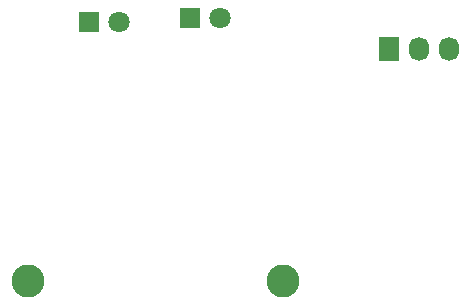
<source format=gbr>
%TF.GenerationSoftware,KiCad,Pcbnew,(5.1.8-0-10_14)*%
%TF.CreationDate,2021-10-17T14:40:20-04:00*%
%TF.ProjectId,WingedA,57696e67-6564-4412-9e6b-696361645f70,rev?*%
%TF.SameCoordinates,Original*%
%TF.FileFunction,Soldermask,Top*%
%TF.FilePolarity,Negative*%
%FSLAX46Y46*%
G04 Gerber Fmt 4.6, Leading zero omitted, Abs format (unit mm)*
G04 Created by KiCad (PCBNEW (5.1.8-0-10_14)) date 2021-10-17 14:40:20*
%MOMM*%
%LPD*%
G01*
G04 APERTURE LIST*
%ADD10C,2.800000*%
%ADD11C,1.800000*%
%ADD12R,1.800000X1.800000*%
%ADD13O,1.727200X2.032000*%
%ADD14R,1.727200X2.032000*%
G04 APERTURE END LIST*
D10*
%TO.C,BT1*%
X104427100Y-73139300D03*
X126027100Y-73139300D03*
%TD*%
D11*
%TO.C,D1*%
X112191800Y-51181000D03*
D12*
X109651800Y-51181000D03*
%TD*%
%TO.C,D2*%
X118198900Y-50863500D03*
D11*
X120738900Y-50863500D03*
%TD*%
D13*
%TO.C,SW1*%
X140119100Y-53441600D03*
X137579100Y-53441600D03*
D14*
X135039100Y-53441600D03*
%TD*%
M02*

</source>
